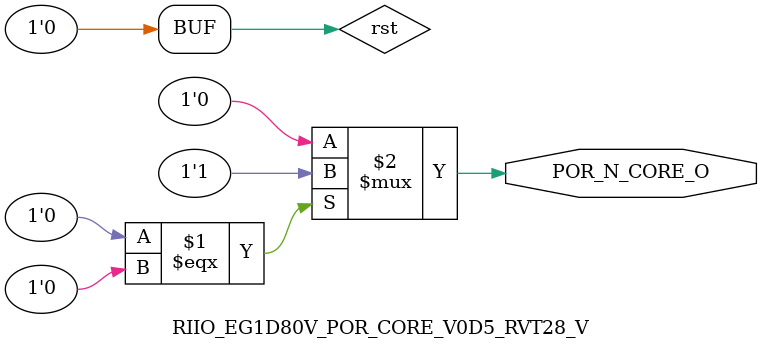
<source format=v>
`timescale 1ns/10ps
`celldefine
module RIIO_EG1D80V_POR_CORE_V0D5_RVT28_V(
	
		  POR_N_CORE_O
	
`ifdef USE_PG_PIN
		, VDDIO
		, VSSIO
		, VDD
		, VSS
		, VDD_POR
		, VSS_POR
`endif// USE_PG_PIN
);

	
	//outputs
output
`ifdef USE_AMS_EXTENSION
`ifdef INCA
    (* integer supplySensitivity = "VDD_POR";
	   integer groundSensitivity = "VSS_POR"; *)
`endif//INCA
`endif//USE_AMS_EXTENSION
  POR_N_CORE_O;



`ifdef USE_PG_PIN
	// supply
inout 
`ifdef USE_AMS_EXTENSION
`ifdef INCA
    (* integer inh_conn_prop_name = "vddio";
       integer inh_conn_def_value = "cds_globals.\\VDDIO! "; *)
`endif//INCA
`endif//USE_AMS_EXTENSION
  VDDIO;
inout 
`ifdef USE_AMS_EXTENSION
`ifdef INCA
    (* integer inh_conn_prop_name = "vssio";
       integer inh_conn_def_value = "cds_globals.\\VSSIO! "; *)
`endif//INCA
`endif//USE_AMS_EXTENSION
  VSSIO;
inout 
`ifdef USE_AMS_EXTENSION
`ifdef INCA
    (* integer inh_conn_prop_name = "vdd";
       integer inh_conn_def_value = "cds_globals.\\VDD! "; *)
`endif//INCA
`endif//USE_AMS_EXTENSION
  VDD;
inout 
`ifdef USE_AMS_EXTENSION
`ifdef INCA
    (* integer inh_conn_prop_name = "vss";
       integer inh_conn_def_value = "cds_globals.\\VSS! "; *)
`endif//INCA
`endif//USE_AMS_EXTENSION
  VSS;

inout 
`ifdef USE_AMS_EXTENSION
`ifdef INCA
    (* integer inh_conn_prop_name = "vdd_por";
       integer inh_conn_def_value = "cds_globals.\\VDD_POR! "; *)
`endif//INCA
`endif//USE_AMS_EXTENSION
  VDD_POR;
inout 
`ifdef USE_AMS_EXTENSION
`ifdef INCA
    (* integer inh_conn_prop_name = "vss_por";
       integer inh_conn_def_value = "cds_globals.\\VSS_POR! "; *)
`endif//INCA
`endif//USE_AMS_EXTENSION
  VSS_POR;
  
`endif// USE_PG_PIN


//////////////////////////////////////////////////////////
//MODEL
//////////////////////////////////////////////////////////

parameter DELAY = 20;

wire rst;
assign #(DELAY) rst = 1'b0;

assign POR_N_CORE_O = (rst===1'b0) ? 1'b1 : 1'b0;

endmodule
`endcelldefine

</source>
